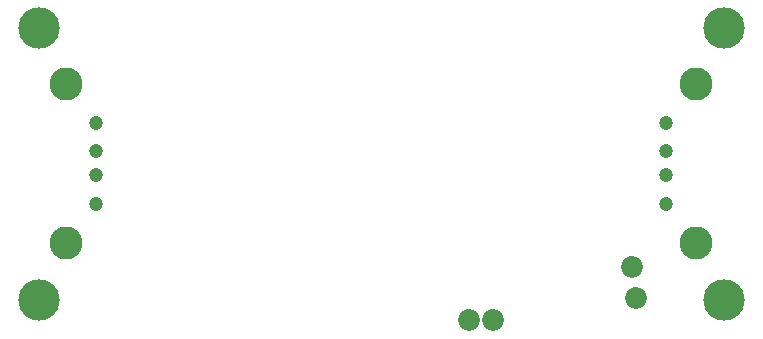
<source format=gbr>
G04 #@! TF.FileFunction,Copper,L2,Bot,Signal*
%FSLAX46Y46*%
G04 Gerber Fmt 4.6, Leading zero omitted, Abs format (unit mm)*
G04 Created by KiCad (PCBNEW 4.0.5+dfsg1-4) date Sat Aug 11 18:46:33 2018*
%MOMM*%
%LPD*%
G01*
G04 APERTURE LIST*
%ADD10C,0.100000*%
%ADD11C,3.500000*%
%ADD12C,1.200000*%
%ADD13C,2.800000*%
%ADD14C,1.850000*%
G04 APERTURE END LIST*
D10*
D11*
X124700000Y-85100000D03*
X124700000Y-108100000D03*
X182700000Y-108100000D03*
X182700000Y-85100000D03*
D12*
X177800000Y-99949000D03*
X177800000Y-97536000D03*
X177800000Y-95504000D03*
X177800000Y-93091000D03*
D13*
X180340000Y-89789000D03*
X180340000Y-103251000D03*
D12*
X129540000Y-93091000D03*
X129540000Y-95504000D03*
X129540000Y-97536000D03*
X129540000Y-99949000D03*
D13*
X127000000Y-103251000D03*
X127000000Y-89789000D03*
D14*
X175260000Y-107950000D03*
X174942500Y-105346500D03*
X163131500Y-109791500D03*
X161099500Y-109791500D03*
M02*

</source>
